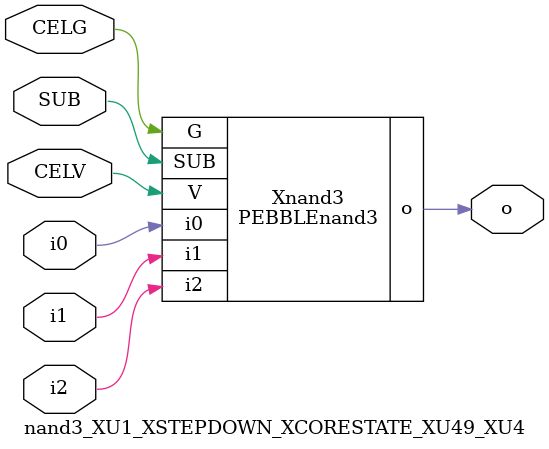
<source format=v>



module PEBBLEnand3 ( o, G, SUB, V, i0, i1, i2 );

  input i0;
  input V;
  input i2;
  input i1;
  input G;
  output o;
  input SUB;
endmodule

//Celera Confidential Do Not Copy nand3_XU1_XSTEPDOWN_XCORESTATE_XU49_XU4
//Celera Confidential Symbol Generator
//5V Inverter
module nand3_XU1_XSTEPDOWN_XCORESTATE_XU49_XU4 (CELV,CELG,i0,i1,i2,o,SUB);
input CELV;
input CELG;
input i0;
input i1;
input i2;
input SUB;
output o;

//Celera Confidential Do Not Copy nand3
PEBBLEnand3 Xnand3(
.V (CELV),
.i0 (i0),
.i1 (i1),
.i2 (i2),
.o (o),
.SUB (SUB),
.G (CELG)
);
//,diesize,PEBBLEnand3

//Celera Confidential Do Not Copy Module End
//Celera Schematic Generator
endmodule

</source>
